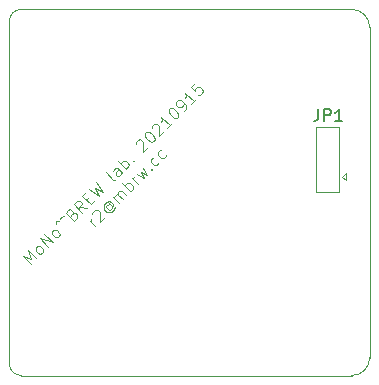
<source format=gbr>
G04 #@! TF.GenerationSoftware,KiCad,Pcbnew,5.1.10*
G04 #@! TF.CreationDate,2021-09-16T01:02:32+02:00*
G04 #@! TF.ProjectId,pressureSensorHolder,70726573-7375-4726-9553-656e736f7248,rev?*
G04 #@! TF.SameCoordinates,Original*
G04 #@! TF.FileFunction,Legend,Top*
G04 #@! TF.FilePolarity,Positive*
%FSLAX46Y46*%
G04 Gerber Fmt 4.6, Leading zero omitted, Abs format (unit mm)*
G04 Created by KiCad (PCBNEW 5.1.10) date 2021-09-16 01:02:32*
%MOMM*%
%LPD*%
G01*
G04 APERTURE LIST*
%ADD10C,0.100000*%
G04 #@! TA.AperFunction,Profile*
%ADD11C,0.050000*%
G04 #@! TD*
%ADD12C,0.120000*%
%ADD13C,0.150000*%
G04 APERTURE END LIST*
D10*
X129771626Y-89708366D02*
X129064519Y-89001259D01*
X129805298Y-89270633D01*
X129535924Y-88529855D01*
X130243031Y-89236962D01*
X130680763Y-88799229D02*
X130579748Y-88832901D01*
X130512405Y-88832901D01*
X130411389Y-88799229D01*
X130209359Y-88597198D01*
X130175687Y-88496183D01*
X130175687Y-88428840D01*
X130209359Y-88327824D01*
X130310374Y-88226809D01*
X130411389Y-88193137D01*
X130478733Y-88193137D01*
X130579748Y-88226809D01*
X130781779Y-88428840D01*
X130815450Y-88529855D01*
X130815450Y-88597198D01*
X130781779Y-88698214D01*
X130680763Y-88799229D01*
X131219511Y-88260481D02*
X130512405Y-87553374D01*
X131623572Y-87856420D01*
X130916466Y-87149313D01*
X132061305Y-87418687D02*
X131960290Y-87452359D01*
X131892946Y-87452359D01*
X131791931Y-87418687D01*
X131589901Y-87216657D01*
X131556229Y-87115641D01*
X131556229Y-87048298D01*
X131589901Y-86947283D01*
X131690916Y-86846267D01*
X131791931Y-86812596D01*
X131859275Y-86812596D01*
X131960290Y-86846267D01*
X132162320Y-87048298D01*
X132195992Y-87149313D01*
X132195992Y-87216657D01*
X132162320Y-87317672D01*
X132061305Y-87418687D01*
X131859275Y-86341191D02*
X131892946Y-86105489D01*
X132128649Y-86071817D01*
X132263336Y-85937130D02*
X132297007Y-85701428D01*
X132532710Y-85667756D01*
X133273488Y-85465726D02*
X133408175Y-85398382D01*
X133475519Y-85398382D01*
X133576534Y-85432054D01*
X133677549Y-85533069D01*
X133711221Y-85634084D01*
X133711221Y-85701428D01*
X133677549Y-85802443D01*
X133408175Y-86071817D01*
X132701068Y-85364710D01*
X132936771Y-85129008D01*
X133037786Y-85095336D01*
X133105129Y-85095336D01*
X133206145Y-85129008D01*
X133273488Y-85196352D01*
X133307160Y-85297367D01*
X133307160Y-85364710D01*
X133273488Y-85465726D01*
X133037786Y-85701428D01*
X134519343Y-84960649D02*
X133946923Y-84859634D01*
X134115282Y-85364710D02*
X133408175Y-84657603D01*
X133677549Y-84388229D01*
X133778564Y-84354558D01*
X133845908Y-84354558D01*
X133946923Y-84388229D01*
X134047939Y-84489245D01*
X134081610Y-84590260D01*
X134081610Y-84657603D01*
X134047939Y-84758619D01*
X133778564Y-85027993D01*
X134452000Y-84287214D02*
X134687702Y-84051512D01*
X135159106Y-84320886D02*
X134822389Y-84657603D01*
X134115282Y-83950497D01*
X134452000Y-83613779D01*
X134687702Y-83378077D02*
X135563167Y-83916825D01*
X135192778Y-83277062D01*
X135832541Y-83647451D01*
X135293793Y-82771985D01*
X136910037Y-82569955D02*
X136809022Y-82603627D01*
X136708007Y-82569955D01*
X136101915Y-81963863D01*
X137482457Y-81997535D02*
X137112068Y-81627146D01*
X137011053Y-81593474D01*
X136910037Y-81627146D01*
X136775350Y-81761833D01*
X136741679Y-81862848D01*
X137448785Y-81963863D02*
X137415114Y-82064879D01*
X137246755Y-82233237D01*
X137145740Y-82266909D01*
X137044724Y-82233237D01*
X136977381Y-82165894D01*
X136943709Y-82064879D01*
X136977381Y-81963863D01*
X137145740Y-81795505D01*
X137179411Y-81694489D01*
X137819175Y-81660818D02*
X137112068Y-80953711D01*
X137381442Y-81223085D02*
X137415114Y-81122070D01*
X137549801Y-80987383D01*
X137650816Y-80953711D01*
X137718159Y-80953711D01*
X137819175Y-80987383D01*
X138021205Y-81189413D01*
X138054877Y-81290428D01*
X138054877Y-81357772D01*
X138021205Y-81458787D01*
X137886518Y-81593474D01*
X137785503Y-81627146D01*
X138391594Y-80953711D02*
X138458938Y-80953711D01*
X138458938Y-81021054D01*
X138391594Y-81021054D01*
X138391594Y-80953711D01*
X138458938Y-81021054D01*
X138660968Y-79539497D02*
X138660968Y-79472154D01*
X138694640Y-79371139D01*
X138862999Y-79202780D01*
X138964014Y-79169108D01*
X139031358Y-79169108D01*
X139132373Y-79202780D01*
X139199716Y-79270123D01*
X139267060Y-79404810D01*
X139267060Y-80212932D01*
X139704793Y-79775200D01*
X139435419Y-78630360D02*
X139502762Y-78563016D01*
X139603778Y-78529345D01*
X139671121Y-78529345D01*
X139772136Y-78563016D01*
X139940495Y-78664032D01*
X140108854Y-78832390D01*
X140209869Y-79000749D01*
X140243541Y-79101764D01*
X140243541Y-79169108D01*
X140209869Y-79270123D01*
X140142526Y-79337467D01*
X140041510Y-79371139D01*
X139974167Y-79371139D01*
X139873152Y-79337467D01*
X139704793Y-79236451D01*
X139536434Y-79068093D01*
X139435419Y-78899734D01*
X139401747Y-78798719D01*
X139401747Y-78731375D01*
X139435419Y-78630360D01*
X140007839Y-78192627D02*
X140007839Y-78125284D01*
X140041510Y-78024268D01*
X140209869Y-77855910D01*
X140310884Y-77822238D01*
X140378228Y-77822238D01*
X140479243Y-77855910D01*
X140546587Y-77923253D01*
X140613930Y-78057940D01*
X140613930Y-78866062D01*
X141051663Y-78428329D01*
X141725098Y-77754894D02*
X141321037Y-78158955D01*
X141523067Y-77956925D02*
X140815961Y-77249818D01*
X140849632Y-77418177D01*
X140849632Y-77552864D01*
X140815961Y-77653879D01*
X141455724Y-76610055D02*
X141523067Y-76542711D01*
X141624083Y-76509040D01*
X141691426Y-76509040D01*
X141792441Y-76542711D01*
X141960800Y-76643727D01*
X142129159Y-76812085D01*
X142230174Y-76980444D01*
X142263846Y-77081459D01*
X142263846Y-77148803D01*
X142230174Y-77249818D01*
X142162831Y-77317162D01*
X142061815Y-77350833D01*
X141994472Y-77350833D01*
X141893457Y-77317162D01*
X141725098Y-77216146D01*
X141556739Y-77047788D01*
X141455724Y-76879429D01*
X141422052Y-76778414D01*
X141422052Y-76711070D01*
X141455724Y-76610055D01*
X142735250Y-76744742D02*
X142869937Y-76610055D01*
X142903609Y-76509040D01*
X142903609Y-76441696D01*
X142869937Y-76273337D01*
X142768922Y-76104979D01*
X142499548Y-75835605D01*
X142398533Y-75801933D01*
X142331189Y-75801933D01*
X142230174Y-75835605D01*
X142095487Y-75970292D01*
X142061815Y-76071307D01*
X142061815Y-76138650D01*
X142095487Y-76239666D01*
X142263846Y-76408024D01*
X142364861Y-76441696D01*
X142432205Y-76441696D01*
X142533220Y-76408024D01*
X142667907Y-76273337D01*
X142701579Y-76172322D01*
X142701579Y-76104979D01*
X142667907Y-76003963D01*
X143745403Y-75734589D02*
X143341342Y-76138650D01*
X143543372Y-75936620D02*
X142836266Y-75229513D01*
X142869937Y-75397872D01*
X142869937Y-75532559D01*
X142836266Y-75633574D01*
X143678059Y-74387719D02*
X143341342Y-74724437D01*
X143644388Y-75094826D01*
X143644388Y-75027483D01*
X143678059Y-74926467D01*
X143846418Y-74758109D01*
X143947433Y-74724437D01*
X144014777Y-74724437D01*
X144115792Y-74758109D01*
X144284151Y-74926467D01*
X144317823Y-75027483D01*
X144317823Y-75094826D01*
X144284151Y-75195841D01*
X144115792Y-75364200D01*
X144014777Y-75397872D01*
X143947433Y-75397872D01*
X135212981Y-86529753D02*
X134741577Y-86058349D01*
X134876264Y-86193036D02*
X134842592Y-86092020D01*
X134842592Y-86024677D01*
X134876264Y-85923661D01*
X134943607Y-85856318D01*
X134977279Y-85485929D02*
X134977279Y-85418585D01*
X135010951Y-85317570D01*
X135179310Y-85149211D01*
X135280325Y-85115539D01*
X135347668Y-85115539D01*
X135448684Y-85149211D01*
X135516027Y-85216555D01*
X135583371Y-85351242D01*
X135583371Y-86159364D01*
X136021103Y-85721631D01*
X136425164Y-84644135D02*
X136357821Y-84644135D01*
X136256806Y-84677807D01*
X136189462Y-84745150D01*
X136155790Y-84846165D01*
X136155790Y-84913509D01*
X136189462Y-85014524D01*
X136256806Y-85081868D01*
X136357821Y-85115539D01*
X136425164Y-85115539D01*
X136526180Y-85081868D01*
X136593523Y-85014524D01*
X136627195Y-84913509D01*
X136627195Y-84846165D01*
X136357821Y-84576791D02*
X136627195Y-84846165D01*
X136694538Y-84846165D01*
X136728210Y-84812494D01*
X136761882Y-84711478D01*
X136728210Y-84610463D01*
X136559851Y-84442104D01*
X136391493Y-84408433D01*
X136223134Y-84442104D01*
X136054775Y-84543120D01*
X135953760Y-84711478D01*
X135920088Y-84879837D01*
X135953760Y-85048196D01*
X136054775Y-85216555D01*
X136223134Y-85317570D01*
X136391493Y-85351242D01*
X136559851Y-85317570D01*
X136728210Y-85216555D01*
X136829225Y-85048196D01*
X136862897Y-84879837D01*
X137233286Y-84509448D02*
X136761882Y-84038043D01*
X136829225Y-84105387D02*
X136829225Y-84038043D01*
X136862897Y-83937028D01*
X136963912Y-83836013D01*
X137064928Y-83802341D01*
X137165943Y-83836013D01*
X137536332Y-84206402D01*
X137165943Y-83836013D02*
X137132271Y-83734998D01*
X137165943Y-83633982D01*
X137266958Y-83532967D01*
X137367973Y-83499295D01*
X137468989Y-83532967D01*
X137839378Y-83903356D01*
X138176095Y-83566639D02*
X137468989Y-82859532D01*
X137738363Y-83128906D02*
X137772034Y-83027891D01*
X137906721Y-82893204D01*
X138007737Y-82859532D01*
X138075080Y-82859532D01*
X138176095Y-82893204D01*
X138378126Y-83095234D01*
X138411798Y-83196250D01*
X138411798Y-83263593D01*
X138378126Y-83364608D01*
X138243439Y-83499295D01*
X138142424Y-83532967D01*
X138815859Y-82926876D02*
X138344454Y-82455471D01*
X138479141Y-82590158D02*
X138445469Y-82489143D01*
X138445469Y-82421799D01*
X138479141Y-82320784D01*
X138546485Y-82253441D01*
X138714843Y-82085082D02*
X139320935Y-82421799D01*
X139118904Y-81950395D01*
X139590309Y-82152425D01*
X139253591Y-81546334D01*
X139927026Y-81681021D02*
X139994370Y-81681021D01*
X139994370Y-81748364D01*
X139927026Y-81748364D01*
X139927026Y-81681021D01*
X139994370Y-81748364D01*
X140600461Y-81074929D02*
X140566790Y-81175945D01*
X140432103Y-81310632D01*
X140331087Y-81344303D01*
X140263744Y-81344303D01*
X140162729Y-81310632D01*
X139960698Y-81108601D01*
X139927026Y-81007586D01*
X139927026Y-80940242D01*
X139960698Y-80839227D01*
X140095385Y-80704540D01*
X140196400Y-80670868D01*
X141206553Y-80468838D02*
X141172881Y-80569853D01*
X141038194Y-80704540D01*
X140937179Y-80738212D01*
X140869836Y-80738212D01*
X140768820Y-80704540D01*
X140566790Y-80502510D01*
X140533118Y-80401494D01*
X140533118Y-80334151D01*
X140566790Y-80233135D01*
X140701477Y-80098448D01*
X140802492Y-80064777D01*
D11*
X128942200Y-99157400D02*
G75*
G02*
X127942200Y-98157400I0J1000000D01*
G01*
X127942200Y-69157400D02*
G75*
G02*
X128942200Y-68157400I1000000J0D01*
G01*
X158442200Y-97657400D02*
G75*
G02*
X156942200Y-99157400I-1500000J0D01*
G01*
X156942200Y-68157400D02*
G75*
G02*
X158442200Y-69657400I0J-1500000D01*
G01*
X158442200Y-97657400D02*
X158442200Y-69657400D01*
X128942200Y-99157400D02*
X156942200Y-99157400D01*
X127942200Y-69157400D02*
X127942200Y-98157400D01*
X156942200Y-68157400D02*
X128942200Y-68157400D01*
D12*
X156442200Y-82007400D02*
X156142200Y-82307400D01*
X156442200Y-82607400D02*
X156442200Y-82007400D01*
X156142200Y-82307400D02*
X156442200Y-82607400D01*
X155892200Y-83657400D02*
X153942200Y-83657400D01*
X155892200Y-78157400D02*
X155892200Y-83657400D01*
X153942200Y-78157400D02*
X155892200Y-78157400D01*
X153942200Y-83657400D02*
X153942200Y-78157400D01*
D13*
X154108866Y-76609780D02*
X154108866Y-77324066D01*
X154061247Y-77466923D01*
X153966009Y-77562161D01*
X153823152Y-77609780D01*
X153727914Y-77609780D01*
X154585057Y-77609780D02*
X154585057Y-76609780D01*
X154966009Y-76609780D01*
X155061247Y-76657400D01*
X155108866Y-76705019D01*
X155156485Y-76800257D01*
X155156485Y-76943114D01*
X155108866Y-77038352D01*
X155061247Y-77085971D01*
X154966009Y-77133590D01*
X154585057Y-77133590D01*
X156108866Y-77609780D02*
X155537438Y-77609780D01*
X155823152Y-77609780D02*
X155823152Y-76609780D01*
X155727914Y-76752638D01*
X155632676Y-76847876D01*
X155537438Y-76895495D01*
M02*

</source>
